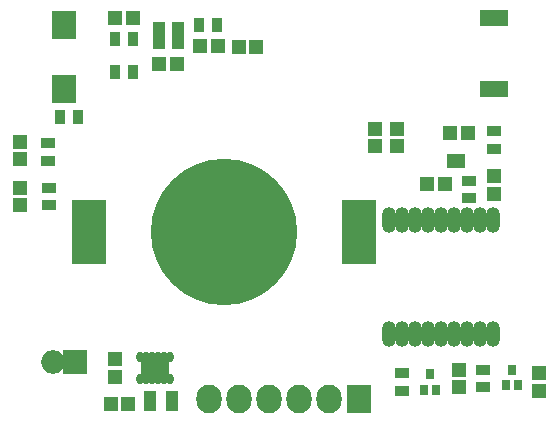
<source format=gts>
G04 #@! TF.FileFunction,Soldermask,Top*
%FSLAX46Y46*%
G04 Gerber Fmt 4.6, Leading zero omitted, Abs format (unit mm)*
G04 Created by KiCad (PCBNEW 4.0.5+dfsg1-4~bpo8+1) date Tue Nov 21 17:33:29 2017*
%MOMM*%
%LPD*%
G01*
G04 APERTURE LIST*
%ADD10C,0.100000*%
%ADD11R,2.940000X5.480000*%
%ADD12C,12.400000*%
%ADD13R,2.000000X2.000000*%
%ADD14O,2.000000X2.000000*%
%ADD15O,1.200000X2.200000*%
%ADD16R,2.400000X1.400000*%
%ADD17R,1.150000X1.200000*%
%ADD18R,1.200000X1.150000*%
%ADD19R,1.197560X1.197560*%
%ADD20R,1.100000X1.700000*%
%ADD21R,2.127200X2.432000*%
%ADD22O,2.127200X2.432000*%
%ADD23R,0.800000X0.910000*%
%ADD24R,0.900000X1.300000*%
%ADD25R,1.300000X0.900000*%
%ADD26R,2.000000X2.400000*%
%ADD27O,0.650000X0.900000*%
%ADD28R,2.400000X1.300000*%
%ADD29C,0.900000*%
%ADD30R,0.670000X0.725000*%
%ADD31R,1.100000X0.650000*%
G04 APERTURE END LIST*
D10*
D11*
X117230000Y-78300000D03*
X94370000Y-78300000D03*
D12*
X105800000Y-78300000D03*
D13*
X93200000Y-89300000D03*
D14*
X91400000Y-89300000D03*
D15*
X128650000Y-77250000D03*
X127550000Y-77250000D03*
X126450000Y-77250000D03*
X125350000Y-77250000D03*
X124250000Y-77250000D03*
X123150000Y-77250000D03*
X122050000Y-77250000D03*
X120950000Y-77250000D03*
X119850000Y-77250000D03*
X119850000Y-86950000D03*
X120950000Y-86950000D03*
X122050000Y-86950000D03*
X123150000Y-86950000D03*
X124250000Y-86950000D03*
X125350000Y-86950000D03*
X126450000Y-86950000D03*
X127550000Y-86950000D03*
X128650000Y-86950000D03*
D16*
X128670000Y-66190000D03*
X128670000Y-60190000D03*
D17*
X96600000Y-90550000D03*
X96600000Y-89050000D03*
D18*
X97750000Y-92900000D03*
X96250000Y-92900000D03*
D17*
X128730000Y-73560000D03*
X128730000Y-75060000D03*
D18*
X126500000Y-69950000D03*
X125000000Y-69950000D03*
X124550000Y-74200000D03*
X123050000Y-74200000D03*
D17*
X132500000Y-90250000D03*
X132500000Y-91750000D03*
X120500000Y-71050000D03*
X120500000Y-69550000D03*
X125700000Y-89950000D03*
X125700000Y-91450000D03*
X118600000Y-71050000D03*
X118600000Y-69550000D03*
D19*
X88600000Y-70650700D03*
X88600000Y-72149300D03*
X88600000Y-76049300D03*
X88600000Y-74550700D03*
D20*
X99550000Y-92600000D03*
X101450000Y-92600000D03*
D21*
X117300000Y-92400000D03*
D22*
X114760000Y-92400000D03*
X112220000Y-92400000D03*
X109680000Y-92400000D03*
X107140000Y-92400000D03*
X104600000Y-92400000D03*
D23*
X129700000Y-91250000D03*
X130700000Y-91250000D03*
X130200000Y-89950000D03*
X122800000Y-91650000D03*
X123800000Y-91650000D03*
X123300000Y-90350000D03*
D24*
X91950000Y-68600000D03*
X93450000Y-68600000D03*
D25*
X90900000Y-72250000D03*
X90900000Y-70750000D03*
X91000000Y-76050000D03*
X91000000Y-74550000D03*
X128670000Y-71270000D03*
X128670000Y-69770000D03*
X127800000Y-91450000D03*
X127800000Y-89950000D03*
X120900000Y-91750000D03*
X120900000Y-90250000D03*
D26*
X92300000Y-60800000D03*
X92300000Y-66200000D03*
D27*
X98750000Y-90750000D03*
X99250000Y-90750000D03*
X99750000Y-90750000D03*
X100250000Y-90750000D03*
X100750000Y-90750000D03*
X101250000Y-90750000D03*
X101250000Y-88850000D03*
X100750000Y-88850000D03*
X100250000Y-88850000D03*
X99750000Y-88850000D03*
X99250000Y-88850000D03*
X98750000Y-88850000D03*
D28*
X100000000Y-89800000D03*
D29*
X99350000Y-89800000D03*
X100000000Y-89800000D03*
X100650000Y-89800000D03*
D25*
X126600000Y-73950000D03*
X126600000Y-75450000D03*
D30*
X125100000Y-72525000D03*
X125500000Y-72525000D03*
X125900000Y-72525000D03*
X125900000Y-72075000D03*
X125500000Y-72075000D03*
X125100000Y-72075000D03*
D18*
X107080000Y-62610000D03*
X108580000Y-62610000D03*
X98120000Y-60190000D03*
X96620000Y-60190000D03*
X103790000Y-62580000D03*
X105290000Y-62580000D03*
X100340000Y-64110000D03*
X101840000Y-64110000D03*
D24*
X98100000Y-64710000D03*
X96600000Y-64710000D03*
X105250000Y-60810000D03*
X103750000Y-60810000D03*
X96620000Y-61940000D03*
X98120000Y-61940000D03*
D31*
X100340000Y-60840000D03*
X100340000Y-61240000D03*
X100340000Y-61640000D03*
X100340000Y-62040000D03*
X100340000Y-62440000D03*
X101940000Y-62440000D03*
X101940000Y-62040000D03*
X101940000Y-61640000D03*
X101940000Y-61240000D03*
X101940000Y-60840000D03*
M02*

</source>
